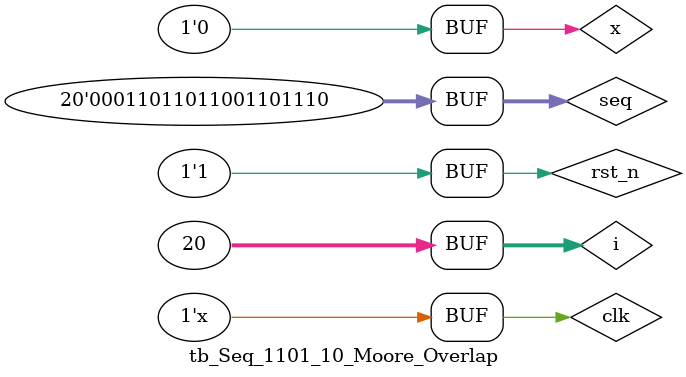
<source format=sv>
module sim;

    initial begin
        $dumpfile("dump.vcd");
        $dumpvars;
        #200
        $finish;
    end

endmodule

module tb_Seq_1101_10_Moore_Overlap;

    reg x, rst_n, clk;
    reg [0:19] seq = 'b0011011011001101110;
    wire y;
    integer i;

    Seq_1101_10_Moore_Overlap ins(.x(x), .rst_n(rst_n), .clk(clk), .y(y));

    always #4 clk = ~clk;

    initial begin
        clk = 1'b0;
        x = 1'b0;
        rst_n = 1'b1;
        #6
        rst_n = 1'b0;
        #2
        rst_n = 1'b1;

        for (i = 0; i < 20; i++)
            #8
            x = seq[i];
    end

endmodule

</source>
